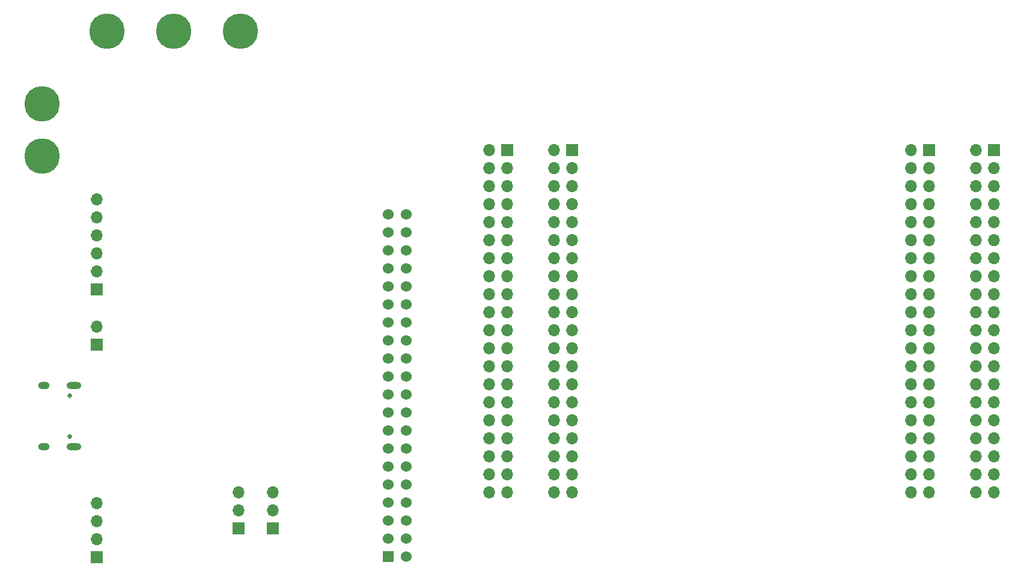
<source format=gbs>
G04 #@! TF.GenerationSoftware,KiCad,Pcbnew,(6.0.7)*
G04 #@! TF.CreationDate,2023-05-24T13:20:34-04:00*
G04 #@! TF.ProjectId,ECELab_v1,4543454c-6162-45f7-9631-2e6b69636164,rev?*
G04 #@! TF.SameCoordinates,Original*
G04 #@! TF.FileFunction,Soldermask,Bot*
G04 #@! TF.FilePolarity,Negative*
%FSLAX46Y46*%
G04 Gerber Fmt 4.6, Leading zero omitted, Abs format (unit mm)*
G04 Created by KiCad (PCBNEW (6.0.7)) date 2023-05-24 13:20:34*
%MOMM*%
%LPD*%
G01*
G04 APERTURE LIST*
%ADD10C,5.000000*%
%ADD11R,1.700000X1.700000*%
%ADD12O,1.700000X1.700000*%
%ADD13R,1.524000X1.524000*%
%ADD14C,1.524000*%
%ADD15C,0.650000*%
%ADD16O,1.600000X1.000000*%
%ADD17O,2.100000X1.000000*%
G04 APERTURE END LIST*
D10*
X107950000Y-84328000D03*
D11*
X140475000Y-136815000D03*
D12*
X140475000Y-134275000D03*
X140475000Y-131735000D03*
D11*
X242037000Y-83477000D03*
D12*
X239497000Y-83477000D03*
X242037000Y-86017000D03*
X239497000Y-86017000D03*
X242037000Y-88557000D03*
X239497000Y-88557000D03*
X242037000Y-91097000D03*
X239497000Y-91097000D03*
X242037000Y-93637000D03*
X239497000Y-93637000D03*
X242037000Y-96177000D03*
X239497000Y-96177000D03*
X242037000Y-98717000D03*
X239497000Y-98717000D03*
X242037000Y-101257000D03*
X239497000Y-101257000D03*
X242037000Y-103797000D03*
X239497000Y-103797000D03*
X242037000Y-106337000D03*
X239497000Y-106337000D03*
X242037000Y-108877000D03*
X239497000Y-108877000D03*
X242037000Y-111417000D03*
X239497000Y-111417000D03*
X242037000Y-113957000D03*
X239497000Y-113957000D03*
X242037000Y-116497000D03*
X239497000Y-116497000D03*
X242037000Y-119037000D03*
X239497000Y-119037000D03*
X242037000Y-121577000D03*
X239497000Y-121577000D03*
X242037000Y-124117000D03*
X239497000Y-124117000D03*
X242037000Y-126657000D03*
X239497000Y-126657000D03*
X242037000Y-129197000D03*
X239497000Y-129197000D03*
X242037000Y-131737000D03*
X239497000Y-131737000D03*
D11*
X232893000Y-83477000D03*
D12*
X230353000Y-83477000D03*
X232893000Y-86017000D03*
X230353000Y-86017000D03*
X232893000Y-88557000D03*
X230353000Y-88557000D03*
X232893000Y-91097000D03*
X230353000Y-91097000D03*
X232893000Y-93637000D03*
X230353000Y-93637000D03*
X232893000Y-96177000D03*
X230353000Y-96177000D03*
X232893000Y-98717000D03*
X230353000Y-98717000D03*
X232893000Y-101257000D03*
X230353000Y-101257000D03*
X232893000Y-103797000D03*
X230353000Y-103797000D03*
X232893000Y-106337000D03*
X230353000Y-106337000D03*
X232893000Y-108877000D03*
X230353000Y-108877000D03*
X232893000Y-111417000D03*
X230353000Y-111417000D03*
X232893000Y-113957000D03*
X230353000Y-113957000D03*
X232893000Y-116497000D03*
X230353000Y-116497000D03*
X232893000Y-119037000D03*
X230353000Y-119037000D03*
X232893000Y-121577000D03*
X230353000Y-121577000D03*
X232893000Y-124117000D03*
X230353000Y-124117000D03*
X232893000Y-126657000D03*
X230353000Y-126657000D03*
X232893000Y-129197000D03*
X230353000Y-129197000D03*
X232893000Y-131737000D03*
X230353000Y-131737000D03*
D11*
X182601000Y-83477000D03*
D12*
X180061000Y-83477000D03*
X182601000Y-86017000D03*
X180061000Y-86017000D03*
X182601000Y-88557000D03*
X180061000Y-88557000D03*
X182601000Y-91097000D03*
X180061000Y-91097000D03*
X182601000Y-93637000D03*
X180061000Y-93637000D03*
X182601000Y-96177000D03*
X180061000Y-96177000D03*
X182601000Y-98717000D03*
X180061000Y-98717000D03*
X182601000Y-101257000D03*
X180061000Y-101257000D03*
X182601000Y-103797000D03*
X180061000Y-103797000D03*
X182601000Y-106337000D03*
X180061000Y-106337000D03*
X182601000Y-108877000D03*
X180061000Y-108877000D03*
X182601000Y-111417000D03*
X180061000Y-111417000D03*
X182601000Y-113957000D03*
X180061000Y-113957000D03*
X182601000Y-116497000D03*
X180061000Y-116497000D03*
X182601000Y-119037000D03*
X180061000Y-119037000D03*
X182601000Y-121577000D03*
X180061000Y-121577000D03*
X182601000Y-124117000D03*
X180061000Y-124117000D03*
X182601000Y-126657000D03*
X180061000Y-126657000D03*
X182601000Y-129197000D03*
X180061000Y-129197000D03*
X182601000Y-131737000D03*
X180061000Y-131737000D03*
D11*
X173457000Y-83477000D03*
D12*
X170917000Y-83477000D03*
X173457000Y-86017000D03*
X170917000Y-86017000D03*
X173457000Y-88557000D03*
X170917000Y-88557000D03*
X173457000Y-91097000D03*
X170917000Y-91097000D03*
X173457000Y-93637000D03*
X170917000Y-93637000D03*
X173457000Y-96177000D03*
X170917000Y-96177000D03*
X173457000Y-98717000D03*
X170917000Y-98717000D03*
X173457000Y-101257000D03*
X170917000Y-101257000D03*
X173457000Y-103797000D03*
X170917000Y-103797000D03*
X173457000Y-106337000D03*
X170917000Y-106337000D03*
X173457000Y-108877000D03*
X170917000Y-108877000D03*
X173457000Y-111417000D03*
X170917000Y-111417000D03*
X173457000Y-113957000D03*
X170917000Y-113957000D03*
X173457000Y-116497000D03*
X170917000Y-116497000D03*
X173457000Y-119037000D03*
X170917000Y-119037000D03*
X173457000Y-121577000D03*
X170917000Y-121577000D03*
X173457000Y-124117000D03*
X170917000Y-124117000D03*
X173457000Y-126657000D03*
X170917000Y-126657000D03*
X173457000Y-129197000D03*
X170917000Y-129197000D03*
X173457000Y-131737000D03*
X170917000Y-131737000D03*
D10*
X135864600Y-66751200D03*
D11*
X115671600Y-110891400D03*
D12*
X115671600Y-108351400D03*
D10*
X117119400Y-66751200D03*
D13*
X156732400Y-140860800D03*
D14*
X159272400Y-140860800D03*
X156732400Y-138320800D03*
X159272400Y-138320800D03*
X156732400Y-135780800D03*
X159272400Y-135780800D03*
X156732400Y-133240800D03*
X159272400Y-133240800D03*
X156732400Y-130700800D03*
X159272400Y-130700800D03*
X156732400Y-128160800D03*
X159272400Y-128160800D03*
X156732400Y-125620800D03*
X159272400Y-125620800D03*
X156732400Y-123080800D03*
X159272400Y-123080800D03*
X156732400Y-120540800D03*
X159272400Y-120540800D03*
X156732400Y-118000800D03*
X159272400Y-118000800D03*
X156732400Y-115460800D03*
X159272400Y-115460800D03*
X156732400Y-112920800D03*
X159272400Y-112920800D03*
X156732400Y-110380800D03*
X159272400Y-110380800D03*
X156732400Y-107840800D03*
X159272400Y-107840800D03*
X156732400Y-105300800D03*
X159272400Y-105300800D03*
X156732400Y-102760800D03*
X159272400Y-102760800D03*
X156732400Y-100220800D03*
X159272400Y-100220800D03*
X156732400Y-97680800D03*
X159272400Y-97680800D03*
X156732400Y-95140800D03*
X159272400Y-95140800D03*
X156732400Y-92600800D03*
X159272400Y-92600800D03*
D15*
X111869600Y-123895600D03*
X111869600Y-118115600D03*
D16*
X108219600Y-125325600D03*
X108219600Y-116685600D03*
D17*
X112399600Y-116685600D03*
X112399600Y-125325600D03*
D10*
X126517400Y-66751200D03*
D11*
X115627000Y-140909200D03*
D12*
X115627000Y-138369200D03*
X115627000Y-135829200D03*
X115627000Y-133289200D03*
D11*
X135636000Y-136840000D03*
D12*
X135636000Y-134300000D03*
X135636000Y-131760000D03*
D11*
X115677800Y-103174800D03*
D12*
X115677800Y-100634800D03*
X115677800Y-98094800D03*
X115677800Y-95554800D03*
X115677800Y-93014800D03*
X115677800Y-90474800D03*
D10*
X107950000Y-76962000D03*
M02*

</source>
